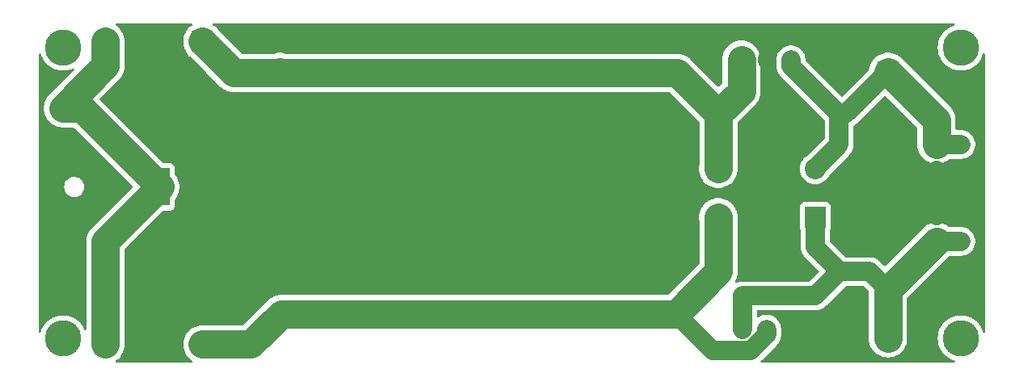
<source format=gbr>
%TF.GenerationSoftware,KiCad,Pcbnew,7.0.2*%
%TF.CreationDate,2023-06-20T09:22:34-04:00*%
%TF.ProjectId,Power supply,506f7765-7220-4737-9570-706c792e6b69,rev?*%
%TF.SameCoordinates,Original*%
%TF.FileFunction,Copper,L1,Top*%
%TF.FilePolarity,Positive*%
%FSLAX46Y46*%
G04 Gerber Fmt 4.6, Leading zero omitted, Abs format (unit mm)*
G04 Created by KiCad (PCBNEW 7.0.2) date 2023-06-20 09:22:34*
%MOMM*%
%LPD*%
G01*
G04 APERTURE LIST*
%TA.AperFunction,ComponentPad*%
%ADD10R,1.700000X1.700000*%
%TD*%
%TA.AperFunction,ComponentPad*%
%ADD11R,2.200000X2.200000*%
%TD*%
%TA.AperFunction,ComponentPad*%
%ADD12O,2.200000X2.200000*%
%TD*%
%TA.AperFunction,ComponentPad*%
%ADD13R,2.400000X2.400000*%
%TD*%
%TA.AperFunction,ComponentPad*%
%ADD14C,2.400000*%
%TD*%
%TA.AperFunction,ComponentPad*%
%ADD15R,1.905000X2.000000*%
%TD*%
%TA.AperFunction,ComponentPad*%
%ADD16O,1.905000X2.000000*%
%TD*%
%TA.AperFunction,ComponentPad*%
%ADD17C,1.700000*%
%TD*%
%TA.AperFunction,ComponentPad*%
%ADD18O,1.700000X1.700000*%
%TD*%
%TA.AperFunction,ComponentPad*%
%ADD19R,1.600000X1.600000*%
%TD*%
%TA.AperFunction,ComponentPad*%
%ADD20C,1.600000*%
%TD*%
%TA.AperFunction,ComponentPad*%
%ADD21C,2.600000*%
%TD*%
%TA.AperFunction,ConnectorPad*%
%ADD22C,3.800000*%
%TD*%
%TA.AperFunction,ComponentPad*%
%ADD23R,2.000000X4.000000*%
%TD*%
%TA.AperFunction,ComponentPad*%
%ADD24O,2.000000X3.300000*%
%TD*%
%TA.AperFunction,Conductor*%
%ADD25C,2.000000*%
%TD*%
%TA.AperFunction,Conductor*%
%ADD26C,3.000000*%
%TD*%
G04 APERTURE END LIST*
D10*
%TO.P,J5,1,Pin_1*%
%TO.N,GND*%
X78740000Y-104140000D03*
%TD*%
D11*
%TO.P,D6,1,K*%
%TO.N,-12V*%
X157480000Y-99060000D03*
D12*
%TO.P,D6,2,A*%
%TO.N,Net-(D4-A)*%
X147320000Y-99060000D03*
%TD*%
D13*
%TO.P,C5,1*%
%TO.N,Net-(D1-K)*%
X101600000Y-83940000D03*
D14*
%TO.P,C5,2*%
%TO.N,GND*%
X101600000Y-91440000D03*
%TD*%
D15*
%TO.P,U1,1,VI*%
%TO.N,Net-(D1-K)*%
X149860000Y-82550000D03*
D16*
%TO.P,U1,2,GND*%
%TO.N,GND*%
X152400000Y-82550000D03*
%TO.P,U1,3,VO*%
%TO.N,+12V*%
X154940000Y-82550000D03*
%TD*%
D11*
%TO.P,D2,1,K*%
%TO.N,Net-(D1-K)*%
X93345000Y-80645000D03*
D12*
%TO.P,D2,2,A*%
%TO.N,+12VA*%
X83185000Y-80645000D03*
%TD*%
D11*
%TO.P,D4,1,K*%
%TO.N,+12VA*%
X83185000Y-112395000D03*
D12*
%TO.P,D4,2,A*%
%TO.N,Net-(D4-A)*%
X93345000Y-112395000D03*
%TD*%
D15*
%TO.P,U2,1,GND*%
%TO.N,GND*%
X154940000Y-110815000D03*
D16*
%TO.P,U2,2,VI*%
%TO.N,Net-(D4-A)*%
X152400000Y-110815000D03*
%TO.P,U2,3,VO*%
%TO.N,-12V*%
X149860000Y-110815000D03*
%TD*%
D11*
%TO.P,D5,1,K*%
%TO.N,GND*%
X165100000Y-101600000D03*
D12*
%TO.P,D5,2,A*%
%TO.N,-12V*%
X165100000Y-111760000D03*
%TD*%
D17*
%TO.P,REF\u002A\u002A,1*%
%TO.N,+12V*%
X172720000Y-91440000D03*
D18*
%TO.P,REF\u002A\u002A,2*%
X170180000Y-91440000D03*
%TO.P,REF\u002A\u002A,3*%
%TO.N,GND*%
X172720000Y-93980000D03*
%TO.P,REF\u002A\u002A,4*%
X170180000Y-93980000D03*
%TO.P,REF\u002A\u002A,5*%
X172720000Y-96520000D03*
%TO.P,REF\u002A\u002A,6*%
X170180000Y-96520000D03*
%TO.P,REF\u002A\u002A,7*%
X172720000Y-99060000D03*
%TO.P,REF\u002A\u002A,8*%
X170180000Y-99060000D03*
%TO.P,REF\u002A\u002A,9*%
%TO.N,-12V*%
X172720000Y-101600000D03*
%TO.P,REF\u002A\u002A,10*%
X170180000Y-101600000D03*
%TD*%
D19*
%TO.P,C10,1*%
%TO.N,GND*%
X155060000Y-104775000D03*
D20*
%TO.P,C10,2*%
%TO.N,-12V*%
X160060000Y-104775000D03*
%TD*%
D13*
%TO.P,C3,1*%
%TO.N,Net-(D1-K)*%
X137160000Y-83940000D03*
D14*
%TO.P,C3,2*%
%TO.N,GND*%
X137160000Y-91440000D03*
%TD*%
D21*
%TO.P,REF\u002A\u002A,1*%
%TO.N,N/C*%
X78740000Y-111760000D03*
D22*
X78740000Y-111760000D03*
%TD*%
D13*
%TO.P,C7,1*%
%TO.N,GND*%
X119380000Y-101720000D03*
D14*
%TO.P,C7,2*%
%TO.N,Net-(D4-A)*%
X119380000Y-109220000D03*
%TD*%
D13*
%TO.P,C8,1*%
%TO.N,GND*%
X137160000Y-101720000D03*
D14*
%TO.P,C8,2*%
%TO.N,Net-(D4-A)*%
X137160000Y-109220000D03*
%TD*%
D19*
%TO.P,C9,1*%
%TO.N,GND*%
X152360000Y-104775000D03*
D20*
%TO.P,C9,2*%
%TO.N,Net-(D4-A)*%
X147360000Y-104775000D03*
%TD*%
D13*
%TO.P,C4,1*%
%TO.N,Net-(D1-K)*%
X119610000Y-83940000D03*
D14*
%TO.P,C4,2*%
%TO.N,GND*%
X119610000Y-91440000D03*
%TD*%
D10*
%TO.P,J4,1,Pin_1*%
%TO.N,+12VA*%
X78740000Y-87630000D03*
%TD*%
D13*
%TO.P,C6,1*%
%TO.N,GND*%
X101600000Y-101720000D03*
D14*
%TO.P,C6,2*%
%TO.N,Net-(D4-A)*%
X101600000Y-109220000D03*
%TD*%
D11*
%TO.P,D1,1,K*%
%TO.N,Net-(D1-K)*%
X147320000Y-93980000D03*
D12*
%TO.P,D1,2,A*%
%TO.N,+12V*%
X157480000Y-93980000D03*
%TD*%
D21*
%TO.P,REF\u002A\u002A,1*%
%TO.N,N/C*%
X172720000Y-81280000D03*
D22*
X172720000Y-81280000D03*
%TD*%
D19*
%TO.P,C2,1*%
%TO.N,Net-(D1-K)*%
X147360000Y-88265000D03*
D20*
%TO.P,C2,2*%
%TO.N,GND*%
X152360000Y-88265000D03*
%TD*%
D21*
%TO.P,REF\u002A\u002A,1*%
%TO.N,N/C*%
X172720000Y-111760000D03*
D22*
X172720000Y-111760000D03*
%TD*%
D19*
%TO.P,C1,1*%
%TO.N,+12V*%
X159980000Y-88265000D03*
D20*
%TO.P,C1,2*%
%TO.N,GND*%
X154980000Y-88265000D03*
%TD*%
D11*
%TO.P,D3,1,K*%
%TO.N,+12V*%
X165100000Y-83820000D03*
D12*
%TO.P,D3,2,A*%
%TO.N,GND*%
X165100000Y-93980000D03*
%TD*%
D23*
%TO.P,REF\u002A\u002A,1*%
%TO.N,+12VA*%
X88915000Y-95885000D03*
D24*
%TO.P,REF\u002A\u002A,2*%
%TO.N,GND*%
X82915000Y-95885000D03*
%TD*%
D21*
%TO.P,REF\u002A\u002A,1*%
%TO.N,N/C*%
X78740000Y-81280000D03*
D22*
X78740000Y-81280000D03*
%TD*%
D25*
%TO.N,+12V*%
X170180000Y-91440000D02*
X172720000Y-91440000D01*
X160655000Y-88265000D02*
X165100000Y-83820000D01*
X154940000Y-83225000D02*
X159980000Y-88265000D01*
D26*
X170180000Y-88900000D02*
X170180000Y-91430000D01*
D25*
X159980000Y-88265000D02*
X159980000Y-91480000D01*
D26*
X165100000Y-83820000D02*
X170180000Y-88900000D01*
D25*
X154940000Y-82550000D02*
X154940000Y-83225000D01*
X159980000Y-91480000D02*
X157480000Y-93980000D01*
X159980000Y-88265000D02*
X160655000Y-88265000D01*
D26*
%TO.N,Net-(D1-K)*%
X147360000Y-88265000D02*
X149747500Y-85877500D01*
X101600000Y-83940000D02*
X96640000Y-83940000D01*
X119610000Y-83940000D02*
X137160000Y-83940000D01*
X101600000Y-83940000D02*
X119610000Y-83940000D01*
X149747500Y-85877500D02*
X149747500Y-82550000D01*
X147360000Y-93940000D02*
X147320000Y-93980000D01*
X147360000Y-88265000D02*
X147360000Y-93940000D01*
X143035000Y-83940000D02*
X147360000Y-88265000D01*
X137160000Y-83940000D02*
X143035000Y-83940000D01*
X101480000Y-83820000D02*
X101600000Y-83940000D01*
X96640000Y-83940000D02*
X93345000Y-80645000D01*
%TO.N,Net-(D4-A)*%
X93345000Y-112395000D02*
X98425000Y-112395000D01*
D25*
X146725000Y-113030000D02*
X142915000Y-109220000D01*
D26*
X147360000Y-99100000D02*
X147320000Y-99060000D01*
D25*
X150736595Y-113030000D02*
X146725000Y-113030000D01*
X152400000Y-111366595D02*
X150736595Y-113030000D01*
D26*
X137160000Y-109220000D02*
X142915000Y-109220000D01*
X142915000Y-109220000D02*
X147360000Y-104775000D01*
X101600000Y-109220000D02*
X119380000Y-109220000D01*
X147360000Y-104775000D02*
X147360000Y-99100000D01*
X137160000Y-109220000D02*
X119380000Y-109220000D01*
D25*
X152400000Y-110815000D02*
X152400000Y-111366595D01*
D26*
X98425000Y-112395000D02*
X101600000Y-109220000D01*
D25*
%TO.N,-12V*%
X157480000Y-99060000D02*
X157480000Y-102195000D01*
X160060000Y-104775000D02*
X163185000Y-104775000D01*
X157480000Y-102195000D02*
X160060000Y-104775000D01*
X157520000Y-107315000D02*
X149860000Y-107315000D01*
X160060000Y-104775000D02*
X157520000Y-107315000D01*
X163185000Y-104775000D02*
X165100000Y-106690000D01*
X149860000Y-110795325D02*
X149850162Y-110805163D01*
X170180000Y-101600000D02*
X172720000Y-101600000D01*
D26*
X165100000Y-106690000D02*
X170180000Y-101610000D01*
X165100000Y-111760000D02*
X165100000Y-106690000D01*
D25*
X149860000Y-107315000D02*
X149860000Y-110795325D01*
D26*
%TO.N,+12VA*%
X83185000Y-112395000D02*
X83185000Y-101615000D01*
X83185000Y-80645000D02*
X83185000Y-83185000D01*
X80660000Y-87630000D02*
X78740000Y-87630000D01*
X83185000Y-83185000D02*
X78740000Y-87630000D01*
X88915000Y-95885000D02*
X80660000Y-87630000D01*
X83185000Y-101615000D02*
X88915000Y-95885000D01*
%TD*%
%TA.AperFunction,Conductor*%
%TO.N,GND*%
G36*
X92252954Y-78760185D02*
G01*
X92298709Y-78812989D01*
X92308653Y-78882147D01*
X92279628Y-78945703D01*
X92252955Y-78968815D01*
X92143080Y-79039427D01*
X92140925Y-79041295D01*
X92103061Y-79063760D01*
X92002669Y-79101204D01*
X91887454Y-79187454D01*
X91801204Y-79302669D01*
X91763760Y-79403061D01*
X91741295Y-79440925D01*
X91739424Y-79443083D01*
X91584718Y-79683811D01*
X91465843Y-79944110D01*
X91385225Y-80218674D01*
X91344500Y-80501921D01*
X91344500Y-80788078D01*
X91385225Y-81071325D01*
X91465843Y-81345889D01*
X91584716Y-81606184D01*
X91739425Y-81846916D01*
X91741291Y-81849069D01*
X91763759Y-81886937D01*
X91801204Y-81987331D01*
X91887454Y-82102546D01*
X92002669Y-82188796D01*
X92068290Y-82213271D01*
X92112636Y-82241770D01*
X93756754Y-83885889D01*
X95275954Y-85405089D01*
X95275968Y-85405102D01*
X95326601Y-85455736D01*
X95380399Y-85496008D01*
X95387292Y-85501563D01*
X95438083Y-85545574D01*
X95494651Y-85581928D01*
X95501870Y-85586941D01*
X95555685Y-85627226D01*
X95599586Y-85651198D01*
X95614671Y-85659435D01*
X95622267Y-85663941D01*
X95678814Y-85700282D01*
X95727883Y-85722690D01*
X95739946Y-85728200D01*
X95747845Y-85732153D01*
X95806839Y-85764367D01*
X95806842Y-85764368D01*
X95869808Y-85787854D01*
X95877982Y-85791239D01*
X95939112Y-85819156D01*
X96003605Y-85838092D01*
X96011963Y-85840874D01*
X96074954Y-85864369D01*
X96140648Y-85878659D01*
X96149169Y-85880834D01*
X96213678Y-85899776D01*
X96213681Y-85899776D01*
X96213683Y-85899777D01*
X96245907Y-85904409D01*
X96280199Y-85909339D01*
X96288881Y-85910905D01*
X96354572Y-85925196D01*
X96354577Y-85925197D01*
X96397330Y-85928253D01*
X96421601Y-85929989D01*
X96430379Y-85930932D01*
X96496921Y-85940500D01*
X96568552Y-85940500D01*
X101456921Y-85940500D01*
X101528552Y-85940500D01*
X119538552Y-85940500D01*
X137088552Y-85940500D01*
X142155004Y-85940500D01*
X142222043Y-85960185D01*
X142242685Y-85976818D01*
X145323182Y-89057316D01*
X145356666Y-89118637D01*
X145359500Y-89144995D01*
X145359500Y-93549850D01*
X145358238Y-93567497D01*
X145319500Y-93836921D01*
X145319500Y-94123078D01*
X145360225Y-94406325D01*
X145440843Y-94680889D01*
X145559716Y-94941184D01*
X145714425Y-95181916D01*
X145716291Y-95184069D01*
X145738760Y-95221938D01*
X145776204Y-95322331D01*
X145862454Y-95437546D01*
X145977670Y-95523797D01*
X146069047Y-95557877D01*
X146078052Y-95561236D01*
X146078058Y-95561238D01*
X146115928Y-95583707D01*
X146118083Y-95585574D01*
X146263561Y-95679067D01*
X146358815Y-95740283D01*
X146619110Y-95859156D01*
X146893674Y-95939774D01*
X146893675Y-95939774D01*
X146893678Y-95939775D01*
X147176921Y-95980500D01*
X147176922Y-95980500D01*
X147463078Y-95980500D01*
X147463079Y-95980500D01*
X147746322Y-95939775D01*
X147825570Y-95916505D01*
X148020889Y-95859156D01*
X148164674Y-95793491D01*
X148281187Y-95740282D01*
X148521917Y-95585574D01*
X148524064Y-95583712D01*
X148561939Y-95561238D01*
X148662331Y-95523796D01*
X148777546Y-95437546D01*
X148863796Y-95322331D01*
X148896949Y-95233440D01*
X148913857Y-95202473D01*
X148916018Y-95199586D01*
X148921562Y-95192708D01*
X148965574Y-95141917D01*
X149001926Y-95085350D01*
X149006932Y-95078139D01*
X149047226Y-95024315D01*
X149079438Y-94965321D01*
X149083945Y-94957728D01*
X149120283Y-94901186D01*
X149148207Y-94840037D01*
X149152151Y-94832157D01*
X149184367Y-94773161D01*
X149207855Y-94710183D01*
X149211236Y-94702022D01*
X149219886Y-94683082D01*
X149239156Y-94640888D01*
X149258095Y-94576384D01*
X149260871Y-94568043D01*
X149284369Y-94505046D01*
X149290663Y-94476110D01*
X149298655Y-94439373D01*
X149300839Y-94430812D01*
X149319776Y-94366322D01*
X149329340Y-94299791D01*
X149330902Y-94291129D01*
X149345196Y-94225428D01*
X149349991Y-94158376D01*
X149350931Y-94149627D01*
X149360500Y-94083078D01*
X149360500Y-93796921D01*
X149360500Y-93796920D01*
X149360500Y-89144995D01*
X149380185Y-89077957D01*
X149396819Y-89057315D01*
X151218808Y-87235327D01*
X151218818Y-87235314D01*
X151263239Y-87190895D01*
X151303526Y-87137074D01*
X151309045Y-87130226D01*
X151353074Y-87079417D01*
X151389417Y-87022864D01*
X151394457Y-87015607D01*
X151404653Y-87001987D01*
X151434726Y-86961815D01*
X151466935Y-86902826D01*
X151471452Y-86895215D01*
X151507782Y-86838686D01*
X151535694Y-86777565D01*
X151539658Y-86769645D01*
X151571867Y-86710661D01*
X151595358Y-86647678D01*
X151598734Y-86639528D01*
X151626656Y-86578388D01*
X151645595Y-86513884D01*
X151648371Y-86505543D01*
X151671869Y-86442546D01*
X151675408Y-86426275D01*
X151686155Y-86376873D01*
X151688339Y-86368312D01*
X151707276Y-86303822D01*
X151716840Y-86237292D01*
X151718410Y-86228594D01*
X151732696Y-86162928D01*
X151737488Y-86095909D01*
X151738432Y-86087116D01*
X151748000Y-86020579D01*
X151748000Y-85734421D01*
X151748000Y-83162780D01*
X153435642Y-83162780D01*
X153439394Y-83253471D01*
X153439500Y-83258596D01*
X153439500Y-83287067D01*
X153439709Y-83289594D01*
X153439710Y-83289609D01*
X153441851Y-83315448D01*
X153442168Y-83320559D01*
X153445919Y-83411235D01*
X153450738Y-83434220D01*
X153452952Y-83449421D01*
X153454891Y-83472819D01*
X153477171Y-83560803D01*
X153478325Y-83565793D01*
X153496950Y-83654614D01*
X153505484Y-83676485D01*
X153510171Y-83691114D01*
X153515936Y-83713880D01*
X153552393Y-83796993D01*
X153554349Y-83801717D01*
X153566928Y-83833953D01*
X153587344Y-83886275D01*
X153599364Y-83906448D01*
X153606395Y-83920107D01*
X153615824Y-83941603D01*
X153615827Y-83941607D01*
X153665481Y-84017609D01*
X153668153Y-84021890D01*
X153714634Y-84099894D01*
X153729808Y-84117811D01*
X153738991Y-84130125D01*
X153751837Y-84149788D01*
X153813293Y-84216546D01*
X153816687Y-84220388D01*
X153835098Y-84242126D01*
X153836911Y-84243939D01*
X153855227Y-84262255D01*
X153858776Y-84265953D01*
X153920258Y-84332740D01*
X153938787Y-84347162D01*
X153950307Y-84357335D01*
X156205244Y-86612272D01*
X158443181Y-88850208D01*
X158476666Y-88911531D01*
X158479500Y-88937889D01*
X158479500Y-90807109D01*
X158459815Y-90874148D01*
X158443181Y-90894790D01*
X156832251Y-92505719D01*
X156792026Y-92532598D01*
X156751139Y-92549535D01*
X156536342Y-92681163D01*
X156344776Y-92844776D01*
X156181163Y-93036342D01*
X156049535Y-93251139D01*
X155953126Y-93483889D01*
X155894317Y-93728850D01*
X155874551Y-93980000D01*
X155894317Y-94231149D01*
X155953126Y-94476110D01*
X156001330Y-94592484D01*
X156049534Y-94708859D01*
X156181164Y-94923659D01*
X156344776Y-95115224D01*
X156536341Y-95278836D01*
X156751141Y-95410466D01*
X156983889Y-95506873D01*
X157228852Y-95565683D01*
X157480000Y-95585449D01*
X157731148Y-95565683D01*
X157976111Y-95506873D01*
X158208859Y-95410466D01*
X158423659Y-95278836D01*
X158615224Y-95115224D01*
X158778836Y-94923659D01*
X158910466Y-94708859D01*
X158927399Y-94667976D01*
X158954277Y-94627749D01*
X160969701Y-92612325D01*
X160981203Y-92602167D01*
X160999744Y-92587738D01*
X161061235Y-92520939D01*
X161064714Y-92517313D01*
X161084902Y-92497126D01*
X161103315Y-92475383D01*
X161106701Y-92471551D01*
X161168160Y-92404789D01*
X161168164Y-92404785D01*
X161181006Y-92385126D01*
X161190188Y-92372813D01*
X161205366Y-92354894D01*
X161251848Y-92276884D01*
X161254505Y-92272627D01*
X161304173Y-92196607D01*
X161313607Y-92175099D01*
X161320631Y-92161452D01*
X161332656Y-92141273D01*
X161365667Y-92056669D01*
X161367587Y-92052034D01*
X161404063Y-91968881D01*
X161409827Y-91946117D01*
X161414515Y-91931484D01*
X161415428Y-91929143D01*
X161423049Y-91909614D01*
X161441680Y-91820754D01*
X161442818Y-91815838D01*
X161465108Y-91727821D01*
X161467047Y-91704413D01*
X161469264Y-91689207D01*
X161474081Y-91666237D01*
X161477831Y-91575549D01*
X161478149Y-91570427D01*
X161478654Y-91564334D01*
X161480500Y-91542067D01*
X161480500Y-91513596D01*
X161480606Y-91508471D01*
X161480897Y-91501448D01*
X161484357Y-91417779D01*
X161481451Y-91394472D01*
X161480500Y-91379135D01*
X161480500Y-89589677D01*
X161500185Y-89522638D01*
X161524353Y-89495059D01*
X161529891Y-89490367D01*
X161529894Y-89490366D01*
X161547820Y-89475181D01*
X161560121Y-89466010D01*
X161579785Y-89453164D01*
X161579789Y-89453160D01*
X161579791Y-89453159D01*
X161646551Y-89391701D01*
X161650383Y-89388315D01*
X161672126Y-89369902D01*
X161692313Y-89349714D01*
X161695939Y-89346235D01*
X161762738Y-89284744D01*
X161777167Y-89266203D01*
X161787325Y-89254701D01*
X164658767Y-86383259D01*
X164720088Y-86349776D01*
X164789780Y-86354760D01*
X164834124Y-86383259D01*
X166507188Y-88056322D01*
X168143181Y-89692315D01*
X168176666Y-89753638D01*
X168179500Y-89779996D01*
X168179500Y-91501448D01*
X168179657Y-91503656D01*
X168179658Y-91503658D01*
X168194804Y-91715429D01*
X168255629Y-91995041D01*
X168355634Y-92263163D01*
X168492772Y-92514313D01*
X168519139Y-92549535D01*
X168664261Y-92743395D01*
X168866605Y-92945739D01*
X168987635Y-93036341D01*
X169095686Y-93117227D01*
X169235435Y-93193535D01*
X169346839Y-93254367D01*
X169614954Y-93354369D01*
X169614957Y-93354369D01*
X169614958Y-93354370D01*
X169662974Y-93364815D01*
X169894572Y-93415196D01*
X170180000Y-93435610D01*
X170465428Y-93415196D01*
X170745046Y-93354369D01*
X171013161Y-93254367D01*
X171264315Y-93117226D01*
X171467355Y-92965232D01*
X171532818Y-92940816D01*
X171541664Y-92940500D01*
X172779497Y-92940500D01*
X172782067Y-92940500D01*
X172967821Y-92925108D01*
X173208881Y-92864063D01*
X173436607Y-92764173D01*
X173644785Y-92628164D01*
X173827738Y-92459744D01*
X173980474Y-92263509D01*
X174098828Y-92044810D01*
X174179571Y-91809614D01*
X174220500Y-91564335D01*
X174220500Y-91315665D01*
X174179571Y-91070386D01*
X174098828Y-90835190D01*
X173980474Y-90616491D01*
X173980471Y-90616487D01*
X173980470Y-90616485D01*
X173827740Y-90420259D01*
X173827738Y-90420256D01*
X173644785Y-90251836D01*
X173436607Y-90115827D01*
X173436604Y-90115825D01*
X173311523Y-90060960D01*
X173208881Y-90015937D01*
X173028867Y-89970351D01*
X172967822Y-89954892D01*
X172933854Y-89952077D01*
X172782067Y-89939500D01*
X172779497Y-89939500D01*
X172304500Y-89939500D01*
X172237461Y-89919815D01*
X172191706Y-89867011D01*
X172180500Y-89815500D01*
X172180500Y-88756924D01*
X172180500Y-88756921D01*
X172170932Y-88690379D01*
X172169988Y-88681591D01*
X172165197Y-88614577D01*
X172165196Y-88614572D01*
X172150905Y-88548881D01*
X172149338Y-88540191D01*
X172147881Y-88530058D01*
X172139776Y-88473678D01*
X172120834Y-88409169D01*
X172118659Y-88400648D01*
X172104369Y-88334954D01*
X172080874Y-88271963D01*
X172078092Y-88263605D01*
X172059156Y-88199112D01*
X172031239Y-88137982D01*
X172027854Y-88129808D01*
X172004368Y-88066842D01*
X172004367Y-88066839D01*
X171972153Y-88007845D01*
X171968200Y-87999946D01*
X171959591Y-87981096D01*
X171940282Y-87938814D01*
X171903941Y-87882267D01*
X171899435Y-87874671D01*
X171880281Y-87839594D01*
X171867226Y-87815685D01*
X171826941Y-87761870D01*
X171821928Y-87754651D01*
X171785574Y-87698083D01*
X171741563Y-87647292D01*
X171736008Y-87640399D01*
X171695736Y-87586601D01*
X171645096Y-87535962D01*
X171645089Y-87535954D01*
X166696771Y-82587637D01*
X166668270Y-82543289D01*
X166643796Y-82477669D01*
X166557546Y-82362454D01*
X166442331Y-82276204D01*
X166341937Y-82238759D01*
X166304069Y-82216291D01*
X166301916Y-82214425D01*
X166061184Y-82059716D01*
X165800889Y-81940843D01*
X165526325Y-81860225D01*
X165313889Y-81829681D01*
X165243079Y-81819500D01*
X164956921Y-81819500D01*
X164900272Y-81827644D01*
X164673674Y-81860225D01*
X164399110Y-81940843D01*
X164138811Y-82059718D01*
X163898083Y-82214424D01*
X163895925Y-82216295D01*
X163858061Y-82238760D01*
X163757669Y-82276204D01*
X163642454Y-82362454D01*
X163556204Y-82477669D01*
X163518760Y-82578061D01*
X163496295Y-82615925D01*
X163494424Y-82618083D01*
X163339718Y-82858811D01*
X163220843Y-83119110D01*
X163140225Y-83393674D01*
X163101754Y-83661240D01*
X163072729Y-83724795D01*
X163066697Y-83731273D01*
X160405180Y-86392790D01*
X160343857Y-86426275D01*
X160274165Y-86421291D01*
X160229818Y-86392790D01*
X156476819Y-82639791D01*
X156443334Y-82578468D01*
X156440500Y-82552110D01*
X156440500Y-82490503D01*
X156440500Y-82490502D01*
X156440500Y-82487933D01*
X156425108Y-82302179D01*
X156364063Y-82061119D01*
X156264173Y-81833393D01*
X156128164Y-81625215D01*
X155959744Y-81442262D01*
X155937612Y-81425036D01*
X155763514Y-81289529D01*
X155763510Y-81289526D01*
X155763509Y-81289526D01*
X155544810Y-81171172D01*
X155544806Y-81171170D01*
X155544805Y-81171170D01*
X155309615Y-81090429D01*
X155064335Y-81049500D01*
X154815665Y-81049500D01*
X154570384Y-81090429D01*
X154335194Y-81171170D01*
X154116485Y-81289529D01*
X153920259Y-81442259D01*
X153920256Y-81442261D01*
X153920256Y-81442262D01*
X153751837Y-81625214D01*
X153615825Y-81833395D01*
X153535890Y-82015630D01*
X153515937Y-82061119D01*
X153502132Y-82115633D01*
X153454892Y-82302177D01*
X153454891Y-82302179D01*
X153454892Y-82302179D01*
X153439500Y-82487933D01*
X153439500Y-82490502D01*
X153439500Y-82490503D01*
X153439500Y-83124135D01*
X153438548Y-83139473D01*
X153435642Y-83162780D01*
X151748000Y-83162780D01*
X151748000Y-82478552D01*
X151732696Y-82264572D01*
X151675434Y-82001343D01*
X151671870Y-81984958D01*
X151670105Y-81980225D01*
X151571867Y-81716839D01*
X151434726Y-81465685D01*
X151263239Y-81236605D01*
X151060895Y-81034261D01*
X150946354Y-80948517D01*
X150831813Y-80862772D01*
X150580663Y-80725634D01*
X150580662Y-80725633D01*
X150580661Y-80725633D01*
X150312546Y-80625631D01*
X150312541Y-80625629D01*
X150032929Y-80564804D01*
X149747500Y-80544389D01*
X149462070Y-80564804D01*
X149182458Y-80625629D01*
X148914336Y-80725634D01*
X148663186Y-80862772D01*
X148434102Y-81034263D01*
X148231763Y-81236602D01*
X148060272Y-81465686D01*
X147923134Y-81716836D01*
X147823129Y-81984958D01*
X147762304Y-82264570D01*
X147753953Y-82381335D01*
X147747000Y-82478552D01*
X147747000Y-82480767D01*
X147747000Y-84997503D01*
X147727315Y-85064542D01*
X147710681Y-85085184D01*
X147447680Y-85348184D01*
X147386357Y-85381669D01*
X147316665Y-85376685D01*
X147272320Y-85348185D01*
X144399046Y-82474912D01*
X144381604Y-82457470D01*
X144348398Y-82424263D01*
X144294597Y-82383988D01*
X144287705Y-82378434D01*
X144262237Y-82356366D01*
X144236917Y-82334426D01*
X144180367Y-82298084D01*
X144173103Y-82293039D01*
X144119317Y-82252774D01*
X144060339Y-82220570D01*
X144052727Y-82216054D01*
X144039675Y-82207666D01*
X143996187Y-82179718D01*
X143996185Y-82179717D01*
X143935058Y-82151801D01*
X143927144Y-82147840D01*
X143868159Y-82115632D01*
X143805190Y-82092145D01*
X143797017Y-82088760D01*
X143778224Y-82080178D01*
X143735888Y-82060844D01*
X143671405Y-82041909D01*
X143663018Y-82039118D01*
X143600045Y-82015630D01*
X143534367Y-82001343D01*
X143525792Y-81999154D01*
X143461326Y-81980225D01*
X143394806Y-81970661D01*
X143386096Y-81969089D01*
X143320429Y-81954804D01*
X143253390Y-81950008D01*
X143244594Y-81949062D01*
X143178081Y-81939500D01*
X143178079Y-81939500D01*
X143106448Y-81939500D01*
X137231448Y-81939500D01*
X119681448Y-81939500D01*
X102194138Y-81939500D01*
X102159205Y-81934477D01*
X101906322Y-81860225D01*
X101623079Y-81819500D01*
X101336921Y-81819500D01*
X101240295Y-81833393D01*
X101053677Y-81860225D01*
X101005640Y-81874330D01*
X100800794Y-81934477D01*
X100765862Y-81939500D01*
X97519997Y-81939500D01*
X97452958Y-81919815D01*
X97432316Y-81903181D01*
X94941771Y-79412637D01*
X94913270Y-79368289D01*
X94899588Y-79331605D01*
X94888796Y-79302669D01*
X94802546Y-79187454D01*
X94687331Y-79101204D01*
X94586937Y-79063759D01*
X94549069Y-79041291D01*
X94546918Y-79039427D01*
X94546917Y-79039426D01*
X94546914Y-79039424D01*
X94546913Y-79039423D01*
X94437045Y-78968815D01*
X94391290Y-78916011D01*
X94381346Y-78846853D01*
X94410371Y-78783297D01*
X94469149Y-78745523D01*
X94504084Y-78740500D01*
X171976557Y-78740500D01*
X172043596Y-78760185D01*
X172089351Y-78812989D01*
X172099295Y-78882147D01*
X172070270Y-78945703D01*
X172011492Y-78983477D01*
X172007394Y-78984604D01*
X171980518Y-78991504D01*
X171980511Y-78991506D01*
X171976738Y-78992475D01*
X171973120Y-78993907D01*
X171973109Y-78993911D01*
X171699526Y-79102230D01*
X171699515Y-79102234D01*
X171695896Y-79103668D01*
X171692491Y-79105539D01*
X171692478Y-79105546D01*
X171434612Y-79247310D01*
X171434600Y-79247317D01*
X171431205Y-79249184D01*
X171428061Y-79251467D01*
X171428055Y-79251472D01*
X171189994Y-79424432D01*
X171189983Y-79424440D01*
X171186838Y-79426726D01*
X171184003Y-79429387D01*
X171183996Y-79429394D01*
X170969488Y-79630831D01*
X170969481Y-79630838D01*
X170966651Y-79633496D01*
X170964176Y-79636487D01*
X170964172Y-79636492D01*
X170776598Y-79863229D01*
X170776588Y-79863241D01*
X170774115Y-79866232D01*
X170772033Y-79869511D01*
X170772024Y-79869525D01*
X170614352Y-80117977D01*
X170614345Y-80117988D01*
X170612267Y-80121264D01*
X170610614Y-80124774D01*
X170610611Y-80124782D01*
X170485315Y-80391050D01*
X170483659Y-80394570D01*
X170482457Y-80398267D01*
X170482455Y-80398274D01*
X170391524Y-80678130D01*
X170390319Y-80681840D01*
X170389590Y-80685660D01*
X170389588Y-80685669D01*
X170334449Y-80974716D01*
X170334446Y-80974732D01*
X170333720Y-80978543D01*
X170333475Y-80982434D01*
X170333475Y-80982436D01*
X170330214Y-81034263D01*
X170314754Y-81280000D01*
X170333720Y-81581457D01*
X170334447Y-81585269D01*
X170334449Y-81585283D01*
X170387995Y-81865977D01*
X170390319Y-81878160D01*
X170391523Y-81881867D01*
X170391524Y-81881869D01*
X170479230Y-82151801D01*
X170483659Y-82165430D01*
X170519582Y-82241771D01*
X170605456Y-82424263D01*
X170612267Y-82438736D01*
X170614349Y-82442017D01*
X170614352Y-82442022D01*
X170772024Y-82690474D01*
X170772028Y-82690480D01*
X170774115Y-82693768D01*
X170966651Y-82926504D01*
X171186838Y-83133274D01*
X171431205Y-83310816D01*
X171695896Y-83456332D01*
X171976738Y-83567525D01*
X172269302Y-83642642D01*
X172568973Y-83680500D01*
X172572867Y-83680500D01*
X172867133Y-83680500D01*
X172871027Y-83680500D01*
X173170698Y-83642642D01*
X173463262Y-83567525D01*
X173744104Y-83456332D01*
X174008795Y-83310816D01*
X174253162Y-83133274D01*
X174473349Y-82926504D01*
X174665885Y-82693768D01*
X174827733Y-82438736D01*
X174956341Y-82165430D01*
X175017569Y-81976989D01*
X175057007Y-81919314D01*
X175121365Y-81892116D01*
X175190211Y-81904031D01*
X175241687Y-81951275D01*
X175259500Y-82015308D01*
X175259500Y-111024691D01*
X175239815Y-111091730D01*
X175187011Y-111137485D01*
X175117853Y-111147429D01*
X175054297Y-111118404D01*
X175017569Y-111063009D01*
X174997832Y-111002268D01*
X174956341Y-110874570D01*
X174827733Y-110601264D01*
X174665885Y-110346232D01*
X174649244Y-110326117D01*
X174593964Y-110259294D01*
X174473349Y-110113496D01*
X174253162Y-109906726D01*
X174230436Y-109890215D01*
X174011944Y-109731472D01*
X174011945Y-109731472D01*
X174008795Y-109729184D01*
X174005391Y-109727313D01*
X174005387Y-109727310D01*
X173747521Y-109585546D01*
X173747514Y-109585542D01*
X173744104Y-109583668D01*
X173740478Y-109582232D01*
X173740473Y-109582230D01*
X173466890Y-109473911D01*
X173466884Y-109473909D01*
X173463262Y-109472475D01*
X173459484Y-109471505D01*
X173459481Y-109471504D01*
X173174476Y-109398328D01*
X173174475Y-109398327D01*
X173170698Y-109397358D01*
X173166835Y-109396870D01*
X173166830Y-109396869D01*
X172874891Y-109359988D01*
X172874888Y-109359987D01*
X172871027Y-109359500D01*
X172568973Y-109359500D01*
X172565112Y-109359987D01*
X172565108Y-109359988D01*
X172273169Y-109396869D01*
X172273161Y-109396870D01*
X172269302Y-109397358D01*
X172265527Y-109398327D01*
X172265523Y-109398328D01*
X171980518Y-109471504D01*
X171980511Y-109471506D01*
X171976738Y-109472475D01*
X171973120Y-109473907D01*
X171973109Y-109473911D01*
X171699526Y-109582230D01*
X171699515Y-109582234D01*
X171695896Y-109583668D01*
X171692491Y-109585539D01*
X171692478Y-109585546D01*
X171434612Y-109727310D01*
X171434600Y-109727317D01*
X171431205Y-109729184D01*
X171428061Y-109731467D01*
X171428055Y-109731472D01*
X171189994Y-109904432D01*
X171189983Y-109904440D01*
X171186838Y-109906726D01*
X171184003Y-109909387D01*
X171183996Y-109909394D01*
X170969488Y-110110831D01*
X170969481Y-110110838D01*
X170966651Y-110113496D01*
X170964176Y-110116487D01*
X170964172Y-110116492D01*
X170776598Y-110343229D01*
X170776588Y-110343241D01*
X170774115Y-110346232D01*
X170772033Y-110349511D01*
X170772024Y-110349525D01*
X170614352Y-110597977D01*
X170614345Y-110597988D01*
X170612267Y-110601264D01*
X170610614Y-110604774D01*
X170610611Y-110604782D01*
X170487041Y-110867382D01*
X170483659Y-110874570D01*
X170482457Y-110878267D01*
X170482455Y-110878274D01*
X170391524Y-111158130D01*
X170390319Y-111161840D01*
X170389590Y-111165660D01*
X170389588Y-111165669D01*
X170334449Y-111454716D01*
X170334446Y-111454732D01*
X170333720Y-111458543D01*
X170314754Y-111760000D01*
X170333720Y-112061457D01*
X170334447Y-112065269D01*
X170334449Y-112065283D01*
X170384001Y-112325041D01*
X170390319Y-112358160D01*
X170391523Y-112361867D01*
X170391524Y-112361869D01*
X170472227Y-112610248D01*
X170483659Y-112645430D01*
X170612267Y-112918736D01*
X170614349Y-112922017D01*
X170614352Y-112922022D01*
X170772024Y-113170474D01*
X170772028Y-113170480D01*
X170774115Y-113173768D01*
X170966651Y-113406504D01*
X171186838Y-113613274D01*
X171431205Y-113790816D01*
X171695896Y-113936332D01*
X171976738Y-114047525D01*
X172007394Y-114055396D01*
X172067432Y-114091134D01*
X172098618Y-114153657D01*
X172091050Y-114223116D01*
X172047132Y-114277457D01*
X171980806Y-114299427D01*
X171976557Y-114299500D01*
X151890809Y-114299500D01*
X151823770Y-114279815D01*
X151778015Y-114227011D01*
X151768071Y-114157853D01*
X151797096Y-114094297D01*
X151806816Y-114084279D01*
X151844333Y-114049744D01*
X151858762Y-114031203D01*
X151868920Y-114019701D01*
X153389701Y-112498920D01*
X153401203Y-112488762D01*
X153419744Y-112474333D01*
X153481235Y-112407534D01*
X153484714Y-112403908D01*
X153504902Y-112383721D01*
X153523315Y-112361978D01*
X153526701Y-112358146D01*
X153588160Y-112291384D01*
X153588164Y-112291380D01*
X153601006Y-112271721D01*
X153610188Y-112259408D01*
X153625366Y-112241489D01*
X153671848Y-112163479D01*
X153674505Y-112159222D01*
X153724173Y-112083202D01*
X153733607Y-112061694D01*
X153740631Y-112048047D01*
X153752656Y-112027868D01*
X153785667Y-111943264D01*
X153787587Y-111938629D01*
X153824063Y-111855476D01*
X153829827Y-111832712D01*
X153834515Y-111818079D01*
X153835428Y-111815738D01*
X153843049Y-111796209D01*
X153861680Y-111707349D01*
X153862818Y-111702433D01*
X153885108Y-111614416D01*
X153887047Y-111591008D01*
X153889264Y-111575802D01*
X153894081Y-111552832D01*
X153896548Y-111493181D01*
X153897831Y-111462135D01*
X153898149Y-111457022D01*
X153900500Y-111428662D01*
X153900500Y-111400191D01*
X153900606Y-111395066D01*
X153904357Y-111304375D01*
X153901452Y-111281068D01*
X153900500Y-111265730D01*
X153900500Y-110755503D01*
X153900500Y-110752933D01*
X153885108Y-110567179D01*
X153824063Y-110326119D01*
X153724173Y-110098393D01*
X153588164Y-109890215D01*
X153419744Y-109707262D01*
X153397612Y-109690036D01*
X153223514Y-109554529D01*
X153223510Y-109554526D01*
X153223509Y-109554526D01*
X153004810Y-109436172D01*
X153004806Y-109436170D01*
X153004805Y-109436170D01*
X152769615Y-109355429D01*
X152524335Y-109314500D01*
X152275665Y-109314500D01*
X152030384Y-109355429D01*
X151795194Y-109436170D01*
X151795190Y-109436171D01*
X151795190Y-109436172D01*
X151576491Y-109554526D01*
X151576489Y-109554526D01*
X151576486Y-109554529D01*
X151560660Y-109566847D01*
X151495665Y-109592488D01*
X151427126Y-109578920D01*
X151376802Y-109530451D01*
X151360500Y-109468992D01*
X151360500Y-108939500D01*
X151380185Y-108872461D01*
X151432989Y-108826706D01*
X151484500Y-108815500D01*
X157419135Y-108815500D01*
X157434473Y-108816452D01*
X157457779Y-108819357D01*
X157457779Y-108819356D01*
X157457780Y-108819357D01*
X157528017Y-108816452D01*
X157548473Y-108815605D01*
X157553596Y-108815500D01*
X157579498Y-108815500D01*
X157582067Y-108815500D01*
X157610447Y-108813147D01*
X157615540Y-108812831D01*
X157706237Y-108809081D01*
X157729209Y-108804263D01*
X157744413Y-108802047D01*
X157767821Y-108800108D01*
X157855838Y-108777818D01*
X157860754Y-108776680D01*
X157949614Y-108758049D01*
X157971496Y-108749510D01*
X157986116Y-108744827D01*
X158008881Y-108739063D01*
X158092008Y-108702599D01*
X158096699Y-108700656D01*
X158181274Y-108667656D01*
X158201456Y-108655628D01*
X158215101Y-108648605D01*
X158236607Y-108639173D01*
X158312593Y-108589528D01*
X158316916Y-108586830D01*
X158394894Y-108540366D01*
X158412813Y-108525188D01*
X158425126Y-108516006D01*
X158444785Y-108503164D01*
X158467352Y-108482388D01*
X158511551Y-108441701D01*
X158515383Y-108438315D01*
X158537126Y-108419902D01*
X158557313Y-108399714D01*
X158560939Y-108396235D01*
X158627738Y-108334744D01*
X158642167Y-108316203D01*
X158652325Y-108304701D01*
X160645208Y-106311818D01*
X160706531Y-106278334D01*
X160732889Y-106275500D01*
X162512110Y-106275500D01*
X162579149Y-106295185D01*
X162599791Y-106311819D01*
X163063181Y-106775208D01*
X163096666Y-106836531D01*
X163099500Y-106862888D01*
X163099500Y-111831448D01*
X163099657Y-111833656D01*
X163099658Y-111833658D01*
X163114804Y-112045429D01*
X163175629Y-112325041D01*
X163275634Y-112593163D01*
X163412772Y-112844313D01*
X163468485Y-112918736D01*
X163584261Y-113073395D01*
X163786605Y-113275739D01*
X163957283Y-113403507D01*
X164015686Y-113447227D01*
X164074451Y-113479315D01*
X164266839Y-113584367D01*
X164534954Y-113684369D01*
X164534957Y-113684369D01*
X164534958Y-113684370D01*
X164587217Y-113695738D01*
X164814572Y-113745196D01*
X165100000Y-113765610D01*
X165385428Y-113745196D01*
X165665046Y-113684369D01*
X165933161Y-113584367D01*
X166184315Y-113447226D01*
X166413395Y-113275739D01*
X166615739Y-113073395D01*
X166787226Y-112844315D01*
X166924367Y-112593161D01*
X167024369Y-112325046D01*
X167085196Y-112045428D01*
X167100500Y-111831448D01*
X167100500Y-107569996D01*
X167120185Y-107502957D01*
X167136819Y-107482315D01*
X171482316Y-103136819D01*
X171543639Y-103103334D01*
X171569997Y-103100500D01*
X172779497Y-103100500D01*
X172782067Y-103100500D01*
X172967821Y-103085108D01*
X173208881Y-103024063D01*
X173436607Y-102924173D01*
X173644785Y-102788164D01*
X173827738Y-102619744D01*
X173980474Y-102423509D01*
X174098828Y-102204810D01*
X174179571Y-101969614D01*
X174220500Y-101724335D01*
X174220500Y-101475665D01*
X174179571Y-101230386D01*
X174098828Y-100995190D01*
X173980474Y-100776491D01*
X173980471Y-100776487D01*
X173980470Y-100776485D01*
X173827740Y-100580259D01*
X173827738Y-100580256D01*
X173644785Y-100411836D01*
X173436607Y-100275827D01*
X173436604Y-100275825D01*
X173289179Y-100211159D01*
X173208881Y-100175937D01*
X173028867Y-100130351D01*
X172967822Y-100114892D01*
X172933854Y-100112077D01*
X172782067Y-100099500D01*
X172779497Y-100099500D01*
X171537889Y-100099500D01*
X171470850Y-100079815D01*
X171456686Y-100069213D01*
X171381917Y-100004425D01*
X171141185Y-99849717D01*
X170880888Y-99730843D01*
X170606324Y-99650224D01*
X170323079Y-99609500D01*
X170036921Y-99609500D01*
X169942506Y-99623074D01*
X169753676Y-99650224D01*
X169479112Y-99730843D01*
X169218815Y-99849717D01*
X168978079Y-100004428D01*
X168817651Y-100143439D01*
X168817627Y-100143461D01*
X168815954Y-100144911D01*
X168814386Y-100146478D01*
X168814372Y-100146492D01*
X164834127Y-104126737D01*
X164772804Y-104160222D01*
X164703112Y-104155238D01*
X164658765Y-104126737D01*
X164317335Y-103785307D01*
X164307162Y-103773787D01*
X164292740Y-103755258D01*
X164225953Y-103693776D01*
X164222255Y-103690227D01*
X164203939Y-103671911D01*
X164202126Y-103670098D01*
X164180388Y-103651687D01*
X164176546Y-103648293D01*
X164109788Y-103586837D01*
X164090125Y-103573991D01*
X164077811Y-103564808D01*
X164059894Y-103549634D01*
X163981890Y-103503153D01*
X163977609Y-103500481D01*
X163926278Y-103466945D01*
X163901603Y-103450824D01*
X163880107Y-103441395D01*
X163866448Y-103434364D01*
X163846275Y-103422344D01*
X163793953Y-103401928D01*
X163761717Y-103389349D01*
X163757004Y-103387397D01*
X163729332Y-103375260D01*
X163673880Y-103350936D01*
X163651114Y-103345171D01*
X163636485Y-103340484D01*
X163614614Y-103331950D01*
X163525793Y-103313325D01*
X163520803Y-103312171D01*
X163432819Y-103289891D01*
X163409421Y-103287952D01*
X163394223Y-103285738D01*
X163371237Y-103280919D01*
X163349488Y-103280019D01*
X163280559Y-103277168D01*
X163275448Y-103276851D01*
X163249609Y-103274710D01*
X163249594Y-103274709D01*
X163247067Y-103274500D01*
X163244514Y-103274500D01*
X163218596Y-103274500D01*
X163213473Y-103274394D01*
X163209701Y-103274238D01*
X163122780Y-103270642D01*
X163099473Y-103273548D01*
X163084135Y-103274500D01*
X160732890Y-103274500D01*
X160665851Y-103254815D01*
X160645209Y-103238181D01*
X159016819Y-101609791D01*
X158983334Y-101548468D01*
X158980500Y-101522110D01*
X158980500Y-100501438D01*
X159000185Y-100434399D01*
X159005234Y-100427126D01*
X159023796Y-100402331D01*
X159074091Y-100267483D01*
X159080500Y-100207873D01*
X159080499Y-97912128D01*
X159074091Y-97852517D01*
X159023796Y-97717669D01*
X158937546Y-97602454D01*
X158822331Y-97516204D01*
X158687483Y-97465909D01*
X158627873Y-97459500D01*
X158624550Y-97459500D01*
X156335439Y-97459500D01*
X156335420Y-97459500D01*
X156332128Y-97459501D01*
X156328848Y-97459853D01*
X156328840Y-97459854D01*
X156272515Y-97465909D01*
X156137669Y-97516204D01*
X156022454Y-97602454D01*
X155936204Y-97717668D01*
X155885909Y-97852516D01*
X155885311Y-97858083D01*
X155879500Y-97912127D01*
X155879500Y-97915448D01*
X155879500Y-97915449D01*
X155879500Y-100204560D01*
X155879500Y-100204578D01*
X155879501Y-100207872D01*
X155879853Y-100211152D01*
X155879854Y-100211159D01*
X155885909Y-100267484D01*
X155936204Y-100402331D01*
X155954766Y-100427126D01*
X155979184Y-100492590D01*
X155979500Y-100501438D01*
X155979500Y-102094135D01*
X155978548Y-102109473D01*
X155975642Y-102132780D01*
X155979394Y-102223471D01*
X155979500Y-102228596D01*
X155979500Y-102257067D01*
X155979709Y-102259594D01*
X155979710Y-102259609D01*
X155981851Y-102285448D01*
X155982168Y-102290559D01*
X155985919Y-102381235D01*
X155990738Y-102404220D01*
X155992952Y-102419421D01*
X155994891Y-102442819D01*
X156017171Y-102530803D01*
X156018325Y-102535793D01*
X156036950Y-102624614D01*
X156045484Y-102646485D01*
X156050171Y-102661114D01*
X156055936Y-102683880D01*
X156092393Y-102766993D01*
X156094349Y-102771717D01*
X156100767Y-102788164D01*
X156127344Y-102856275D01*
X156139364Y-102876448D01*
X156146395Y-102890107D01*
X156155824Y-102911603D01*
X156164037Y-102924174D01*
X156205481Y-102987609D01*
X156208153Y-102991890D01*
X156254634Y-103069894D01*
X156269808Y-103087811D01*
X156278991Y-103100125D01*
X156291837Y-103119788D01*
X156353293Y-103186546D01*
X156356687Y-103190388D01*
X156375098Y-103212126D01*
X156376911Y-103213939D01*
X156395227Y-103232255D01*
X156398776Y-103235953D01*
X156448430Y-103289892D01*
X156460258Y-103302740D01*
X156478787Y-103317162D01*
X156490307Y-103327335D01*
X157850291Y-104687319D01*
X157883776Y-104748642D01*
X157878792Y-104818334D01*
X157850291Y-104862681D01*
X156934791Y-105778181D01*
X156873468Y-105811666D01*
X156847110Y-105814500D01*
X149735663Y-105814500D01*
X149679293Y-105823905D01*
X149669127Y-105825172D01*
X149612180Y-105829891D01*
X149556787Y-105843918D01*
X149546762Y-105846020D01*
X149490388Y-105855428D01*
X149436318Y-105873989D01*
X149426502Y-105876911D01*
X149371119Y-105890937D01*
X149318791Y-105913890D01*
X149309255Y-105917610D01*
X149261417Y-105934034D01*
X149254680Y-105936347D01*
X149184881Y-105939496D01*
X149124460Y-105904409D01*
X149092600Y-105842226D01*
X149099417Y-105772690D01*
X149110104Y-105752024D01*
X149110108Y-105752017D01*
X149120282Y-105736187D01*
X149148205Y-105675041D01*
X149152156Y-105667149D01*
X149184367Y-105608161D01*
X149207855Y-105545181D01*
X149211233Y-105537026D01*
X149239156Y-105475889D01*
X149258093Y-105411392D01*
X149260871Y-105403043D01*
X149284369Y-105340046D01*
X149298655Y-105274370D01*
X149300839Y-105265810D01*
X149319775Y-105201323D01*
X149329339Y-105134798D01*
X149330906Y-105126117D01*
X149345196Y-105060428D01*
X149349991Y-104993381D01*
X149350932Y-104984621D01*
X149360500Y-104918079D01*
X149360500Y-104631921D01*
X149360500Y-104631920D01*
X149360500Y-99028552D01*
X149360500Y-98956922D01*
X149350932Y-98890377D01*
X149349991Y-98881619D01*
X149345196Y-98814572D01*
X149330906Y-98748886D01*
X149329338Y-98740191D01*
X149319777Y-98673683D01*
X149319776Y-98673678D01*
X149300834Y-98609169D01*
X149298659Y-98600648D01*
X149284369Y-98534954D01*
X149260874Y-98471963D01*
X149258092Y-98463605D01*
X149239156Y-98399112D01*
X149211230Y-98337963D01*
X149207857Y-98329822D01*
X149184367Y-98266839D01*
X149184365Y-98266833D01*
X149152162Y-98207860D01*
X149148198Y-98199941D01*
X149120284Y-98138815D01*
X149083942Y-98082266D01*
X149079425Y-98074652D01*
X149047228Y-98015688D01*
X149029857Y-97992483D01*
X149006950Y-97961883D01*
X149001919Y-97954638D01*
X148965574Y-97898083D01*
X148921557Y-97847285D01*
X148916004Y-97840393D01*
X148875738Y-97786604D01*
X148673394Y-97584260D01*
X148664884Y-97577889D01*
X148657995Y-97572338D01*
X148527774Y-97459501D01*
X148521917Y-97454426D01*
X148521915Y-97454425D01*
X148521912Y-97454422D01*
X148281188Y-97299718D01*
X148020889Y-97180843D01*
X147746325Y-97100225D01*
X147533889Y-97069681D01*
X147463079Y-97059500D01*
X147176921Y-97059500D01*
X147120272Y-97067644D01*
X146893674Y-97100225D01*
X146619110Y-97180843D01*
X146358811Y-97299718D01*
X146118088Y-97454421D01*
X145901820Y-97641820D01*
X145714421Y-97858088D01*
X145559718Y-98098811D01*
X145440843Y-98359110D01*
X145360225Y-98633674D01*
X145319500Y-98916921D01*
X145319500Y-99203078D01*
X145358238Y-99472501D01*
X145359500Y-99490148D01*
X145359500Y-103895003D01*
X145339815Y-103962042D01*
X145323181Y-103982684D01*
X142122685Y-107183181D01*
X142061362Y-107216666D01*
X142035004Y-107219500D01*
X101456918Y-107219500D01*
X101390403Y-107229062D01*
X101381608Y-107230008D01*
X101324617Y-107234085D01*
X101314572Y-107234804D01*
X101249737Y-107248907D01*
X101248903Y-107249089D01*
X101240196Y-107250660D01*
X101173673Y-107260225D01*
X101109211Y-107279153D01*
X101100637Y-107281342D01*
X101034954Y-107295631D01*
X100971988Y-107319115D01*
X100963595Y-107321908D01*
X100899109Y-107340844D01*
X100837991Y-107368756D01*
X100829814Y-107372144D01*
X100766834Y-107395634D01*
X100707858Y-107427837D01*
X100699947Y-107431797D01*
X100638812Y-107459717D01*
X100582277Y-107496050D01*
X100574668Y-107500565D01*
X100515683Y-107532774D01*
X100461889Y-107573043D01*
X100454621Y-107578090D01*
X100398081Y-107614426D01*
X100347285Y-107658441D01*
X100340395Y-107663993D01*
X100286603Y-107704262D01*
X100218515Y-107772348D01*
X100218511Y-107772354D01*
X97632685Y-110358181D01*
X97571362Y-110391666D01*
X97545004Y-110394500D01*
X93273552Y-110394500D01*
X93271344Y-110394657D01*
X93271341Y-110394658D01*
X93059570Y-110409804D01*
X92779958Y-110470629D01*
X92511836Y-110570634D01*
X92260686Y-110707772D01*
X92031602Y-110879263D01*
X91829263Y-111081602D01*
X91657772Y-111310686D01*
X91520634Y-111561836D01*
X91420629Y-111829958D01*
X91359804Y-112109570D01*
X91339389Y-112395000D01*
X91359804Y-112680429D01*
X91420629Y-112960041D01*
X91420631Y-112960046D01*
X91500345Y-113173768D01*
X91520634Y-113228163D01*
X91657772Y-113479313D01*
X91657775Y-113479317D01*
X91829261Y-113708395D01*
X92031605Y-113910739D01*
X92151611Y-114000574D01*
X92252679Y-114076233D01*
X92294550Y-114132167D01*
X92299534Y-114201858D01*
X92266049Y-114263181D01*
X92204726Y-114296666D01*
X92178368Y-114299500D01*
X84351632Y-114299500D01*
X84284593Y-114279815D01*
X84238838Y-114227011D01*
X84228894Y-114157853D01*
X84257919Y-114094297D01*
X84277320Y-114076234D01*
X84326653Y-114039303D01*
X84380696Y-113998846D01*
X84411665Y-113981935D01*
X84527331Y-113938796D01*
X84642546Y-113852546D01*
X84728796Y-113737331D01*
X84771935Y-113621665D01*
X84788848Y-113590694D01*
X84793586Y-113584365D01*
X84872226Y-113479315D01*
X85009367Y-113228161D01*
X85109369Y-112960046D01*
X85170196Y-112680428D01*
X85185500Y-112466448D01*
X85185500Y-102494994D01*
X85205185Y-102427956D01*
X85221814Y-102407319D01*
X89207315Y-98421818D01*
X89268639Y-98388333D01*
X89294997Y-98385499D01*
X89959561Y-98385499D01*
X89962872Y-98385499D01*
X90022483Y-98379091D01*
X90157331Y-98328796D01*
X90272546Y-98242546D01*
X90358796Y-98127331D01*
X90409091Y-97992483D01*
X90415500Y-97932873D01*
X90415499Y-97254427D01*
X90435183Y-97187389D01*
X90445787Y-97173225D01*
X90520123Y-97087438D01*
X90520574Y-97086918D01*
X90675282Y-96846187D01*
X90794156Y-96585889D01*
X90827758Y-96471450D01*
X90874776Y-96311322D01*
X90915500Y-96028079D01*
X90915500Y-95741921D01*
X90874776Y-95458677D01*
X90794156Y-95184111D01*
X90675282Y-94923813D01*
X90520574Y-94683082D01*
X90445786Y-94596772D01*
X90416761Y-94533216D01*
X90415499Y-94515569D01*
X90415499Y-93840439D01*
X90415498Y-93840438D01*
X90415499Y-93837128D01*
X90409091Y-93777517D01*
X90358796Y-93642669D01*
X90272546Y-93527454D01*
X90157331Y-93441204D01*
X90022483Y-93390909D01*
X89962873Y-93384500D01*
X89959551Y-93384500D01*
X89294997Y-93384500D01*
X89227958Y-93364815D01*
X89207316Y-93348181D01*
X82616815Y-86757680D01*
X82583330Y-86696357D01*
X82588314Y-86626665D01*
X82616815Y-86582318D01*
X83612180Y-85586954D01*
X84650088Y-84549046D01*
X84700729Y-84498405D01*
X84700729Y-84498404D01*
X84700739Y-84498395D01*
X84741025Y-84444577D01*
X84746554Y-84437717D01*
X84790573Y-84386918D01*
X84826923Y-84330354D01*
X84831929Y-84323143D01*
X84872226Y-84269315D01*
X84904434Y-84210329D01*
X84908930Y-84202749D01*
X84945282Y-84146187D01*
X84973205Y-84085041D01*
X84977156Y-84077149D01*
X85009367Y-84018161D01*
X85032855Y-83955181D01*
X85036233Y-83947026D01*
X85064156Y-83885889D01*
X85083093Y-83821392D01*
X85085871Y-83813043D01*
X85109369Y-83750046D01*
X85123655Y-83684370D01*
X85125839Y-83675810D01*
X85144775Y-83611323D01*
X85154339Y-83544798D01*
X85155906Y-83536117D01*
X85170196Y-83470428D01*
X85174991Y-83403381D01*
X85175932Y-83394621D01*
X85185500Y-83328079D01*
X85185500Y-83041921D01*
X85185500Y-83041920D01*
X85185500Y-80573552D01*
X85170196Y-80359572D01*
X85109369Y-80079954D01*
X85009367Y-79811839D01*
X84872226Y-79560685D01*
X84700739Y-79331605D01*
X84498395Y-79129261D01*
X84342808Y-79012790D01*
X84277321Y-78963767D01*
X84235450Y-78907833D01*
X84230466Y-78838142D01*
X84263951Y-78776819D01*
X84325274Y-78743334D01*
X84351632Y-78740500D01*
X92185915Y-78740500D01*
X92252954Y-78760185D01*
G37*
%TD.AperFunction*%
%TA.AperFunction,Conductor*%
G36*
X76405703Y-81921595D02*
G01*
X76442430Y-81976989D01*
X76450038Y-82000402D01*
X76499230Y-82151801D01*
X76503659Y-82165430D01*
X76539582Y-82241771D01*
X76625456Y-82424263D01*
X76632267Y-82438736D01*
X76634349Y-82442017D01*
X76634352Y-82442022D01*
X76792024Y-82690474D01*
X76792028Y-82690480D01*
X76794115Y-82693768D01*
X76986651Y-82926504D01*
X77206838Y-83133274D01*
X77451205Y-83310816D01*
X77715896Y-83456332D01*
X77996738Y-83567525D01*
X78289302Y-83642642D01*
X78588973Y-83680500D01*
X78592867Y-83680500D01*
X78887133Y-83680500D01*
X78891027Y-83680500D01*
X79190698Y-83642642D01*
X79483262Y-83567525D01*
X79737832Y-83466733D01*
X79807406Y-83460357D01*
X79869387Y-83492609D01*
X79904091Y-83553251D01*
X79900501Y-83623028D01*
X79871157Y-83669707D01*
X77368021Y-86172842D01*
X77368017Y-86172848D01*
X77224261Y-86316603D01*
X77183988Y-86370400D01*
X77178438Y-86377287D01*
X77134427Y-86428080D01*
X77098092Y-86484617D01*
X77093047Y-86491883D01*
X77052771Y-86545687D01*
X77020568Y-86604662D01*
X77016053Y-86612272D01*
X76979720Y-86668808D01*
X76951801Y-86729941D01*
X76947841Y-86737852D01*
X76915634Y-86796837D01*
X76892146Y-86859807D01*
X76888761Y-86867978D01*
X76860843Y-86929113D01*
X76841909Y-86993593D01*
X76839115Y-87001987D01*
X76815631Y-87064952D01*
X76801343Y-87130634D01*
X76799154Y-87139211D01*
X76780225Y-87203675D01*
X76770660Y-87270196D01*
X76769089Y-87278903D01*
X76754804Y-87344574D01*
X76750008Y-87411608D01*
X76749062Y-87420403D01*
X76739500Y-87486918D01*
X76739500Y-87554124D01*
X76739184Y-87562970D01*
X76734389Y-87629999D01*
X76739184Y-87697027D01*
X76739500Y-87705874D01*
X76739500Y-87773080D01*
X76749062Y-87839594D01*
X76750008Y-87848390D01*
X76754804Y-87915429D01*
X76769089Y-87981096D01*
X76770661Y-87989806D01*
X76780225Y-88056326D01*
X76799154Y-88120792D01*
X76801343Y-88129367D01*
X76815630Y-88195045D01*
X76839118Y-88258018D01*
X76841909Y-88266405D01*
X76860844Y-88330888D01*
X76880178Y-88373224D01*
X76888760Y-88392017D01*
X76892145Y-88400190D01*
X76915632Y-88463159D01*
X76947840Y-88522144D01*
X76951801Y-88530058D01*
X76979717Y-88591185D01*
X77016054Y-88647727D01*
X77020570Y-88655339D01*
X77052774Y-88714317D01*
X77093039Y-88768103D01*
X77098087Y-88775373D01*
X77134426Y-88831917D01*
X77178441Y-88882712D01*
X77183988Y-88889596D01*
X77224261Y-88943396D01*
X77271781Y-88990915D01*
X77277800Y-88997380D01*
X77321820Y-89048180D01*
X77321823Y-89048183D01*
X77372609Y-89092190D01*
X77379088Y-89098222D01*
X77426603Y-89145738D01*
X77480403Y-89186011D01*
X77487289Y-89191560D01*
X77538083Y-89235574D01*
X77567833Y-89254693D01*
X77594620Y-89271908D01*
X77601892Y-89276957D01*
X77655685Y-89317226D01*
X77714667Y-89349432D01*
X77722273Y-89353945D01*
X77778321Y-89389966D01*
X77778815Y-89390283D01*
X77839944Y-89418200D01*
X77847859Y-89422162D01*
X77894765Y-89447774D01*
X77906839Y-89454367D01*
X77969819Y-89477857D01*
X77977965Y-89481231D01*
X78039112Y-89509156D01*
X78103602Y-89528091D01*
X78111960Y-89530873D01*
X78174954Y-89554369D01*
X78174959Y-89554370D01*
X78240635Y-89568657D01*
X78249210Y-89570845D01*
X78313678Y-89589775D01*
X78380193Y-89599338D01*
X78388881Y-89600905D01*
X78454572Y-89615196D01*
X78521615Y-89619990D01*
X78530384Y-89620933D01*
X78596921Y-89630500D01*
X78668552Y-89630500D01*
X79780004Y-89630500D01*
X79847043Y-89650185D01*
X79867685Y-89666819D01*
X85998183Y-95797318D01*
X86031668Y-95858641D01*
X86026684Y-95928333D01*
X85998183Y-95972680D01*
X81813021Y-100157842D01*
X81813017Y-100157848D01*
X81669261Y-100301603D01*
X81628988Y-100355400D01*
X81623438Y-100362287D01*
X81579427Y-100413080D01*
X81543092Y-100469617D01*
X81538047Y-100476883D01*
X81497771Y-100530687D01*
X81465568Y-100589662D01*
X81461053Y-100597272D01*
X81424720Y-100653808D01*
X81396801Y-100714941D01*
X81392841Y-100722852D01*
X81360634Y-100781837D01*
X81337146Y-100844807D01*
X81333761Y-100852978D01*
X81305843Y-100914113D01*
X81286909Y-100978593D01*
X81284115Y-100986987D01*
X81260631Y-101049952D01*
X81246343Y-101115634D01*
X81244154Y-101124211D01*
X81225225Y-101188675D01*
X81215660Y-101255196D01*
X81214089Y-101263903D01*
X81199804Y-101329574D01*
X81195008Y-101396608D01*
X81194062Y-101405403D01*
X81184500Y-101471918D01*
X81184500Y-110762184D01*
X81164815Y-110829223D01*
X81112011Y-110874978D01*
X81042853Y-110884922D01*
X80979297Y-110855897D01*
X80948302Y-110814981D01*
X80849395Y-110604795D01*
X80849388Y-110604782D01*
X80847733Y-110601264D01*
X80685885Y-110346232D01*
X80669244Y-110326117D01*
X80613964Y-110259294D01*
X80493349Y-110113496D01*
X80273162Y-109906726D01*
X80250436Y-109890215D01*
X80031944Y-109731472D01*
X80031945Y-109731472D01*
X80028795Y-109729184D01*
X80025391Y-109727313D01*
X80025387Y-109727310D01*
X79767521Y-109585546D01*
X79767514Y-109585542D01*
X79764104Y-109583668D01*
X79760478Y-109582232D01*
X79760473Y-109582230D01*
X79486890Y-109473911D01*
X79486884Y-109473909D01*
X79483262Y-109472475D01*
X79479484Y-109471505D01*
X79479481Y-109471504D01*
X79194476Y-109398328D01*
X79194475Y-109398327D01*
X79190698Y-109397358D01*
X79186835Y-109396870D01*
X79186830Y-109396869D01*
X78894891Y-109359988D01*
X78894888Y-109359987D01*
X78891027Y-109359500D01*
X78588973Y-109359500D01*
X78585112Y-109359987D01*
X78585108Y-109359988D01*
X78293169Y-109396869D01*
X78293161Y-109396870D01*
X78289302Y-109397358D01*
X78285527Y-109398327D01*
X78285523Y-109398328D01*
X78000518Y-109471504D01*
X78000511Y-109471506D01*
X77996738Y-109472475D01*
X77993120Y-109473907D01*
X77993109Y-109473911D01*
X77719526Y-109582230D01*
X77719515Y-109582234D01*
X77715896Y-109583668D01*
X77712491Y-109585539D01*
X77712478Y-109585546D01*
X77454612Y-109727310D01*
X77454600Y-109727317D01*
X77451205Y-109729184D01*
X77448061Y-109731467D01*
X77448055Y-109731472D01*
X77209994Y-109904432D01*
X77209983Y-109904440D01*
X77206838Y-109906726D01*
X77204003Y-109909387D01*
X77203996Y-109909394D01*
X76989488Y-110110831D01*
X76989481Y-110110838D01*
X76986651Y-110113496D01*
X76984176Y-110116487D01*
X76984172Y-110116492D01*
X76796598Y-110343229D01*
X76796588Y-110343241D01*
X76794115Y-110346232D01*
X76792033Y-110349511D01*
X76792024Y-110349525D01*
X76634352Y-110597977D01*
X76634345Y-110597988D01*
X76632267Y-110601264D01*
X76630614Y-110604774D01*
X76630611Y-110604782D01*
X76507041Y-110867382D01*
X76503659Y-110874570D01*
X76502457Y-110878267D01*
X76502455Y-110878274D01*
X76442431Y-111063009D01*
X76402993Y-111120685D01*
X76338635Y-111147883D01*
X76269788Y-111135968D01*
X76218313Y-111088724D01*
X76200500Y-111024691D01*
X76200500Y-95885000D01*
X78859417Y-95885000D01*
X78879699Y-96090932D01*
X78879700Y-96090934D01*
X78939768Y-96288954D01*
X79037315Y-96471450D01*
X79037316Y-96471451D01*
X79168589Y-96631410D01*
X79248570Y-96697047D01*
X79328550Y-96762685D01*
X79511046Y-96860232D01*
X79709066Y-96920300D01*
X79863392Y-96935500D01*
X79866442Y-96935500D01*
X79963558Y-96935500D01*
X79966608Y-96935500D01*
X80120934Y-96920300D01*
X80318954Y-96860232D01*
X80501450Y-96762685D01*
X80661410Y-96631410D01*
X80792685Y-96471450D01*
X80890232Y-96288954D01*
X80950300Y-96090934D01*
X80970583Y-95885000D01*
X80950300Y-95679066D01*
X80890232Y-95481046D01*
X80792685Y-95298550D01*
X80713834Y-95202469D01*
X80661410Y-95138589D01*
X80563952Y-95058608D01*
X80501450Y-95007315D01*
X80318954Y-94909768D01*
X80219943Y-94879734D01*
X80120932Y-94849699D01*
X79969641Y-94834798D01*
X79969626Y-94834797D01*
X79966608Y-94834500D01*
X79863392Y-94834500D01*
X79860374Y-94834797D01*
X79860358Y-94834798D01*
X79709067Y-94849699D01*
X79511043Y-94909769D01*
X79328551Y-95007314D01*
X79168589Y-95138589D01*
X79037314Y-95298551D01*
X78939769Y-95481043D01*
X78879699Y-95679067D01*
X78859417Y-95885000D01*
X76200500Y-95885000D01*
X76200500Y-82015308D01*
X76220185Y-81948269D01*
X76272989Y-81902514D01*
X76342147Y-81892570D01*
X76405703Y-81921595D01*
G37*
%TD.AperFunction*%
%TD*%
M02*

</source>
